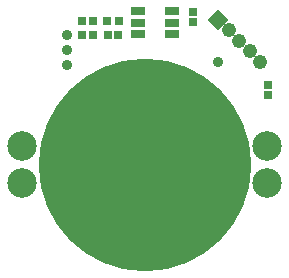
<source format=gbs>
G04 Layer_Color=16711935*
%FSLAX25Y25*%
%MOIN*%
G70*
G01*
G75*
%ADD35C,0.09855*%
%ADD36C,0.04761*%
G04:AMPARAMS|DCode=37|XSize=47.59mil|YSize=47.61mil|CornerRadius=0mil|HoleSize=0mil|Usage=FLASHONLY|Rotation=315.000|XOffset=0mil|YOffset=0mil|HoleType=Round|Shape=Rectangle|*
%AMROTATEDRECTD37*
4,1,4,-0.03366,-0.00001,0.00001,0.03366,0.03366,0.00001,-0.00001,-0.03366,-0.03366,-0.00001,0.0*
%
%ADD37ROTATEDRECTD37*%

%ADD38C,0.03500*%
%ADD39C,0.70879*%
%ADD40R,0.02769X0.03162*%
%ADD41R,0.02965X0.03162*%
%ADD42R,0.03162X0.02965*%
%ADD43R,0.05131X0.03162*%
D35*
X40945Y-15905D02*
D03*
Y-3701D02*
D03*
X-40945Y-15905D02*
D03*
Y-3701D02*
D03*
D36*
X35107Y27893D02*
D03*
X31571Y31429D02*
D03*
X38642Y24358D02*
D03*
X28036Y34964D02*
D03*
D37*
X24500Y38500D02*
D03*
D38*
Y24500D02*
D03*
X24383Y-117D02*
D03*
X-26000Y28500D02*
D03*
Y33500D02*
D03*
Y23500D02*
D03*
D39*
X0Y-10000D02*
D03*
D40*
X-8531Y38000D02*
D03*
X-12468D02*
D03*
X-17031Y33500D02*
D03*
X-20968D02*
D03*
D41*
X16000Y37827D02*
D03*
Y41173D02*
D03*
X41000Y16673D02*
D03*
Y13327D02*
D03*
D42*
X-17327Y38000D02*
D03*
X-20673D02*
D03*
X-8827Y33500D02*
D03*
X-12173D02*
D03*
D43*
X9012Y41240D02*
D03*
Y33760D02*
D03*
Y37500D02*
D03*
X-2012D02*
D03*
Y41240D02*
D03*
Y33760D02*
D03*
M02*

</source>
